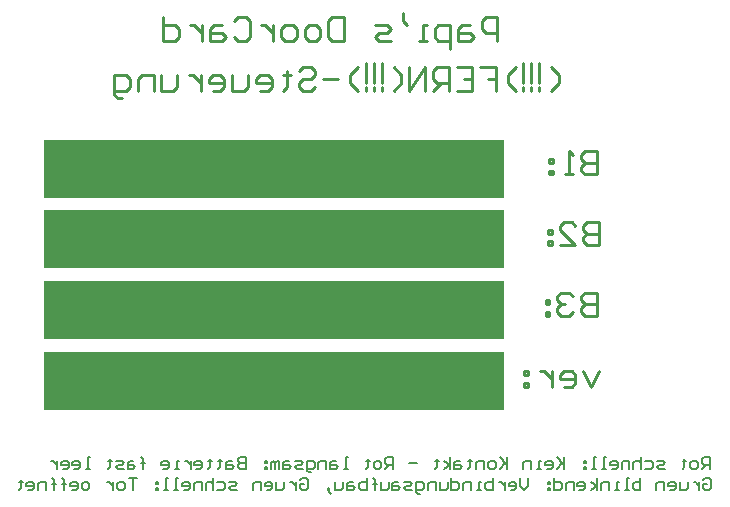
<source format=gbo>
G04*
G04 #@! TF.GenerationSoftware,Altium Limited,Altium Designer,19.0.15 (446)*
G04*
G04 Layer_Color=32896*
%FSLAX25Y25*%
%MOIN*%
G70*
G01*
G75*
%ADD10C,0.01000*%
%ADD13C,0.00787*%
%ADD59R,1.53543X0.19685*%
D10*
X227559Y62990D02*
Y55118D01*
X223623D01*
X222311Y56430D01*
Y57742D01*
X223623Y59054D01*
X227559D01*
X223623D01*
X222311Y60366D01*
Y61678D01*
X223623Y62990D01*
X227559D01*
X219688Y61678D02*
X218376Y62990D01*
X215752D01*
X214440Y61678D01*
Y60366D01*
X215752Y59054D01*
X217064D01*
X215752D01*
X214440Y57742D01*
Y56430D01*
X215752Y55118D01*
X218376D01*
X219688Y56430D01*
X211816Y60366D02*
X210504D01*
Y59054D01*
X211816D01*
Y60366D01*
Y56430D02*
X210504D01*
Y55118D01*
X211816D01*
Y56430D01*
X228346Y86612D02*
Y78740D01*
X224411D01*
X223099Y80052D01*
Y81364D01*
X224411Y82676D01*
X228346D01*
X224411D01*
X223099Y83988D01*
Y85300D01*
X224411Y86612D01*
X228346D01*
X215227Y78740D02*
X220475D01*
X215227Y83988D01*
Y85300D01*
X216539Y86612D01*
X219163D01*
X220475Y85300D01*
X212603Y83988D02*
X211292D01*
Y82676D01*
X212603D01*
Y83988D01*
Y80052D02*
X211292D01*
Y78740D01*
X212603D01*
Y80052D01*
X227559Y110234D02*
Y102362D01*
X223623D01*
X222311Y103674D01*
Y104986D01*
X223623Y106298D01*
X227559D01*
X223623D01*
X222311Y107610D01*
Y108922D01*
X223623Y110234D01*
X227559D01*
X219688Y102362D02*
X217064D01*
X218376D01*
Y110234D01*
X219688Y108922D01*
X213128Y107610D02*
X211816D01*
Y106298D01*
X213128D01*
Y107610D01*
Y103674D02*
X211816D01*
Y102362D01*
X213128D01*
Y103674D01*
X228346Y36744D02*
X225723Y31496D01*
X223099Y36744D01*
X216539Y31496D02*
X219163D01*
X220475Y32808D01*
Y35432D01*
X219163Y36744D01*
X216539D01*
X215227Y35432D01*
Y34120D01*
X220475D01*
X212603Y36744D02*
Y31496D01*
Y34120D01*
X211292Y35432D01*
X209980Y36744D01*
X208668D01*
X204732D02*
X203420D01*
Y35432D01*
X204732D01*
Y36744D01*
Y32808D02*
X203420D01*
Y31496D01*
X204732D01*
Y32808D01*
X212337Y130315D02*
X214961Y132939D01*
Y135563D01*
X212337Y138186D01*
X208401Y132939D02*
Y139498D01*
Y131627D02*
Y130315D01*
X205777Y132939D02*
Y139498D01*
Y131627D02*
Y130315D01*
X203153Y132939D02*
Y139498D01*
Y131627D02*
Y130315D01*
X200530D02*
X197906Y132939D01*
Y135563D01*
X200530Y138186D01*
X188722D02*
X193970D01*
Y134251D01*
X191346D01*
X193970D01*
Y130315D01*
X180851Y138186D02*
X186099D01*
Y130315D01*
X180851D01*
X186099Y134251D02*
X183475D01*
X178227Y130315D02*
Y138186D01*
X174291D01*
X172979Y136874D01*
Y134251D01*
X174291Y132939D01*
X178227D01*
X175603D02*
X172979Y130315D01*
X170356D02*
Y138186D01*
X165108Y130315D01*
Y138186D01*
X159860Y130315D02*
X162484Y132939D01*
Y135563D01*
X159860Y138186D01*
X155925Y132939D02*
Y139498D01*
Y131627D02*
Y130315D01*
X153301Y132939D02*
Y139498D01*
Y131627D02*
Y130315D01*
X150677Y132939D02*
Y139498D01*
Y131627D02*
Y130315D01*
X148053D02*
X145429Y132939D01*
Y135563D01*
X148053Y138186D01*
X141494Y134251D02*
X136246D01*
X128374Y136874D02*
X129686Y138186D01*
X132310D01*
X133622Y136874D01*
Y135563D01*
X132310Y134251D01*
X129686D01*
X128374Y132939D01*
Y131627D01*
X129686Y130315D01*
X132310D01*
X133622Y131627D01*
X124439Y136874D02*
Y135563D01*
X125751D01*
X123127D01*
X124439D01*
Y131627D01*
X123127Y130315D01*
X115255D02*
X117879D01*
X119191Y131627D01*
Y134251D01*
X117879Y135563D01*
X115255D01*
X113943Y134251D01*
Y132939D01*
X119191D01*
X111320Y135563D02*
Y131627D01*
X110008Y130315D01*
X106072D01*
Y135563D01*
X99512Y130315D02*
X102136D01*
X103448Y131627D01*
Y134251D01*
X102136Y135563D01*
X99512D01*
X98200Y134251D01*
Y132939D01*
X103448D01*
X95577Y135563D02*
Y130315D01*
Y132939D01*
X94265Y134251D01*
X92953Y135563D01*
X91641D01*
X87705D02*
Y131627D01*
X86393Y130315D01*
X82458D01*
Y135563D01*
X79834Y130315D02*
Y135563D01*
X75898D01*
X74586Y134251D01*
Y130315D01*
X69338Y127691D02*
X68026D01*
X66715Y129003D01*
Y135563D01*
X70650D01*
X71962Y134251D01*
Y131627D01*
X70650Y130315D01*
X66715D01*
X194488Y146850D02*
Y154722D01*
X190552D01*
X189241Y153410D01*
Y150786D01*
X190552Y149474D01*
X194488D01*
X185305Y152098D02*
X182681D01*
X181369Y150786D01*
Y146850D01*
X185305D01*
X186617Y148162D01*
X185305Y149474D01*
X181369D01*
X178745Y144227D02*
Y152098D01*
X174810D01*
X173498Y150786D01*
Y148162D01*
X174810Y146850D01*
X178745D01*
X170874D02*
X168250D01*
X169562D01*
Y152098D01*
X170874D01*
X163002Y156034D02*
Y153410D01*
X164314Y152098D01*
X159066Y146850D02*
X155131D01*
X153819Y148162D01*
X155131Y149474D01*
X157755D01*
X159066Y150786D01*
X157755Y152098D01*
X153819D01*
X143324Y154722D02*
Y146850D01*
X139388D01*
X138076Y148162D01*
Y153410D01*
X139388Y154722D01*
X143324D01*
X134140Y146850D02*
X131516D01*
X130204Y148162D01*
Y150786D01*
X131516Y152098D01*
X134140D01*
X135452Y150786D01*
Y148162D01*
X134140Y146850D01*
X126269D02*
X123645D01*
X122333Y148162D01*
Y150786D01*
X123645Y152098D01*
X126269D01*
X127581Y150786D01*
Y148162D01*
X126269Y146850D01*
X119709Y152098D02*
Y146850D01*
Y149474D01*
X118397Y150786D01*
X117085Y152098D01*
X115773D01*
X106590Y153410D02*
X107902Y154722D01*
X110526D01*
X111838Y153410D01*
Y148162D01*
X110526Y146850D01*
X107902D01*
X106590Y148162D01*
X102654Y152098D02*
X100030D01*
X98719Y150786D01*
Y146850D01*
X102654D01*
X103966Y148162D01*
X102654Y149474D01*
X98719D01*
X96095Y152098D02*
Y146850D01*
Y149474D01*
X94783Y150786D01*
X93471Y152098D01*
X92159D01*
X82976Y154722D02*
Y146850D01*
X86911D01*
X88223Y148162D01*
Y150786D01*
X86911Y152098D01*
X82976D01*
D13*
X263124Y524D02*
X263780Y1180D01*
X265092D01*
X265748Y524D01*
Y-2100D01*
X265092Y-2756D01*
X263780D01*
X263124Y-2100D01*
Y-788D01*
X264436D01*
X261812Y-132D02*
Y-2756D01*
Y-1444D01*
X261156Y-788D01*
X260500Y-132D01*
X259844D01*
X257876D02*
Y-2100D01*
X257221Y-2756D01*
X255253D01*
Y-132D01*
X251973Y-2756D02*
X253285D01*
X253941Y-2100D01*
Y-788D01*
X253285Y-132D01*
X251973D01*
X251317Y-788D01*
Y-1444D01*
X253941D01*
X250005Y-2756D02*
Y-132D01*
X248037D01*
X247381Y-788D01*
Y-2756D01*
X242134Y1180D02*
Y-2756D01*
X240166D01*
X239510Y-2100D01*
Y-1444D01*
Y-788D01*
X240166Y-132D01*
X242134D01*
X238198Y-2756D02*
X236886D01*
X237542D01*
Y1180D01*
X238198D01*
X234918Y-2756D02*
X233606D01*
X234262D01*
Y-132D01*
X234918D01*
X231638Y-2756D02*
Y-132D01*
X229670D01*
X229014Y-788D01*
Y-2756D01*
X227703D02*
Y1180D01*
Y-1444D02*
X225735Y-132D01*
X227703Y-1444D02*
X225735Y-2756D01*
X221799D02*
X223111D01*
X223767Y-2100D01*
Y-788D01*
X223111Y-132D01*
X221799D01*
X221143Y-788D01*
Y-1444D01*
X223767D01*
X219831Y-2756D02*
Y-132D01*
X217863D01*
X217207Y-788D01*
Y-2756D01*
X213271Y1180D02*
Y-2756D01*
X215239D01*
X215895Y-2100D01*
Y-788D01*
X215239Y-132D01*
X213271D01*
X211960D02*
X211304D01*
Y-788D01*
X211960D01*
Y-132D01*
Y-2100D02*
X211304D01*
Y-2756D01*
X211960D01*
Y-2100D01*
X204744Y1180D02*
Y-1444D01*
X203432Y-2756D01*
X202120Y-1444D01*
Y1180D01*
X198840Y-2756D02*
X200152D01*
X200808Y-2100D01*
Y-788D01*
X200152Y-132D01*
X198840D01*
X198185Y-788D01*
Y-1444D01*
X200808D01*
X196873Y-132D02*
Y-2756D01*
Y-1444D01*
X196217Y-788D01*
X195561Y-132D01*
X194905D01*
X192937Y1180D02*
Y-2756D01*
X190969D01*
X190313Y-2100D01*
Y-1444D01*
Y-788D01*
X190969Y-132D01*
X192937D01*
X189001Y-2756D02*
X187689D01*
X188345D01*
Y-132D01*
X189001D01*
X185721Y-2756D02*
Y-132D01*
X183754D01*
X183098Y-788D01*
Y-2756D01*
X179162Y1180D02*
Y-2756D01*
X181130D01*
X181786Y-2100D01*
Y-788D01*
X181130Y-132D01*
X179162D01*
X177850D02*
Y-2100D01*
X177194Y-2756D01*
X175226D01*
Y-132D01*
X173914Y-2756D02*
Y-132D01*
X171946D01*
X171290Y-788D01*
Y-2756D01*
X168667Y-4068D02*
X168010D01*
X167355Y-3412D01*
Y-132D01*
X169322D01*
X169978Y-788D01*
Y-2100D01*
X169322Y-2756D01*
X167355D01*
X166043D02*
X164075D01*
X163419Y-2100D01*
X164075Y-1444D01*
X165387D01*
X166043Y-788D01*
X165387Y-132D01*
X163419D01*
X161451D02*
X160139D01*
X159483Y-788D01*
Y-2756D01*
X161451D01*
X162107Y-2100D01*
X161451Y-1444D01*
X159483D01*
X158171Y-132D02*
Y-2100D01*
X157515Y-2756D01*
X155547D01*
Y-132D01*
X153579Y-2756D02*
Y524D01*
Y-788D01*
X154235D01*
X152924D01*
X153579D01*
Y524D01*
X152924Y1180D01*
X150956D02*
Y-2756D01*
X148988D01*
X148332Y-2100D01*
Y-1444D01*
Y-788D01*
X148988Y-132D01*
X150956D01*
X146364D02*
X145052D01*
X144396Y-788D01*
Y-2756D01*
X146364D01*
X147020Y-2100D01*
X146364Y-1444D01*
X144396D01*
X143084Y-132D02*
Y-2100D01*
X142428Y-2756D01*
X140460D01*
Y-132D01*
X138493Y-3412D02*
X137837Y-2756D01*
Y-2100D01*
X138493D01*
Y-2756D01*
X137837D01*
X138493Y-3412D01*
X139148Y-4068D01*
X128653Y524D02*
X129309Y1180D01*
X130621D01*
X131277Y524D01*
Y-2100D01*
X130621Y-2756D01*
X129309D01*
X128653Y-2100D01*
Y-788D01*
X129965D01*
X127341Y-132D02*
Y-2756D01*
Y-1444D01*
X126685Y-788D01*
X126029Y-132D01*
X125373D01*
X123405D02*
Y-2100D01*
X122749Y-2756D01*
X120782D01*
Y-132D01*
X117502Y-2756D02*
X118814D01*
X119470Y-2100D01*
Y-788D01*
X118814Y-132D01*
X117502D01*
X116846Y-788D01*
Y-1444D01*
X119470D01*
X115534Y-2756D02*
Y-132D01*
X113566D01*
X112910Y-788D01*
Y-2756D01*
X107662D02*
X105695D01*
X105039Y-2100D01*
X105695Y-1444D01*
X107007D01*
X107662Y-788D01*
X107007Y-132D01*
X105039D01*
X101103D02*
X103071D01*
X103727Y-788D01*
Y-2100D01*
X103071Y-2756D01*
X101103D01*
X99791Y1180D02*
Y-2756D01*
Y-788D01*
X99135Y-132D01*
X97823D01*
X97167Y-788D01*
Y-2756D01*
X95855D02*
Y-132D01*
X93887D01*
X93231Y-788D01*
Y-2756D01*
X89952D02*
X91264D01*
X91919Y-2100D01*
Y-788D01*
X91264Y-132D01*
X89952D01*
X89296Y-788D01*
Y-1444D01*
X91919D01*
X87984Y-2756D02*
X86672D01*
X87328D01*
Y1180D01*
X87984D01*
X84704Y-2756D02*
X83392D01*
X84048D01*
Y1180D01*
X84704D01*
X81424Y-132D02*
X80768D01*
Y-788D01*
X81424D01*
Y-132D01*
Y-2100D02*
X80768D01*
Y-2756D01*
X81424D01*
Y-2100D01*
X74209Y1180D02*
X71585D01*
X72897D01*
Y-2756D01*
X69617D02*
X68305D01*
X67649Y-2100D01*
Y-788D01*
X68305Y-132D01*
X69617D01*
X70273Y-788D01*
Y-2100D01*
X69617Y-2756D01*
X66337Y-132D02*
Y-2756D01*
Y-1444D01*
X65681Y-788D01*
X65025Y-132D01*
X64369D01*
X57810Y-2756D02*
X56498D01*
X55842Y-2100D01*
Y-788D01*
X56498Y-132D01*
X57810D01*
X58466Y-788D01*
Y-2100D01*
X57810Y-2756D01*
X52562D02*
X53874D01*
X54530Y-2100D01*
Y-788D01*
X53874Y-132D01*
X52562D01*
X51906Y-788D01*
Y-1444D01*
X54530D01*
X49938Y-2756D02*
Y524D01*
Y-788D01*
X50594D01*
X49282D01*
X49938D01*
Y524D01*
X49282Y1180D01*
X46659Y-2756D02*
Y524D01*
Y-788D01*
X47315D01*
X46003D01*
X46659D01*
Y524D01*
X46003Y1180D01*
X44035Y-2756D02*
Y-132D01*
X42067D01*
X41411Y-788D01*
Y-2756D01*
X38131D02*
X39443D01*
X40099Y-2100D01*
Y-788D01*
X39443Y-132D01*
X38131D01*
X37475Y-788D01*
Y-1444D01*
X40099D01*
X35507Y524D02*
Y-132D01*
X36163D01*
X34851D01*
X35507D01*
Y-2100D01*
X34851Y-2756D01*
X265354Y4331D02*
Y8266D01*
X263387D01*
X262731Y7610D01*
Y6299D01*
X263387Y5643D01*
X265354D01*
X264042D02*
X262731Y4331D01*
X260763D02*
X259451D01*
X258795Y4987D01*
Y6299D01*
X259451Y6955D01*
X260763D01*
X261419Y6299D01*
Y4987D01*
X260763Y4331D01*
X256827Y7610D02*
Y6955D01*
X257483D01*
X256171D01*
X256827D01*
Y4987D01*
X256171Y4331D01*
X250267D02*
X248300D01*
X247643Y4987D01*
X248300Y5643D01*
X249611D01*
X250267Y6299D01*
X249611Y6955D01*
X247643D01*
X243708D02*
X245676D01*
X246332Y6299D01*
Y4987D01*
X245676Y4331D01*
X243708D01*
X242396Y8266D02*
Y4331D01*
Y6299D01*
X241740Y6955D01*
X240428D01*
X239772Y6299D01*
Y4331D01*
X238460D02*
Y6955D01*
X236492D01*
X235836Y6299D01*
Y4331D01*
X232557D02*
X233868D01*
X234524Y4987D01*
Y6299D01*
X233868Y6955D01*
X232557D01*
X231901Y6299D01*
Y5643D01*
X234524D01*
X230589Y4331D02*
X229277D01*
X229933D01*
Y8266D01*
X230589D01*
X227309Y4331D02*
X225997D01*
X226653D01*
Y8266D01*
X227309D01*
X224029Y6955D02*
X223373D01*
Y6299D01*
X224029D01*
Y6955D01*
Y4987D02*
X223373D01*
Y4331D01*
X224029D01*
Y4987D01*
X216813Y8266D02*
Y4331D01*
Y5643D01*
X214190Y8266D01*
X216158Y6299D01*
X214190Y4331D01*
X210910D02*
X212222D01*
X212878Y4987D01*
Y6299D01*
X212222Y6955D01*
X210910D01*
X210254Y6299D01*
Y5643D01*
X212878D01*
X208942Y4331D02*
X207630D01*
X208286D01*
Y6955D01*
X208942D01*
X205662Y4331D02*
Y6955D01*
X203694D01*
X203039Y6299D01*
Y4331D01*
X197791Y8266D02*
Y4331D01*
Y5643D01*
X195167Y8266D01*
X197135Y6299D01*
X195167Y4331D01*
X193199D02*
X191887D01*
X191231Y4987D01*
Y6299D01*
X191887Y6955D01*
X193199D01*
X193855Y6299D01*
Y4987D01*
X193199Y4331D01*
X189919D02*
Y6955D01*
X187952D01*
X187295Y6299D01*
Y4331D01*
X185328Y7610D02*
Y6955D01*
X185984D01*
X184672D01*
X185328D01*
Y4987D01*
X184672Y4331D01*
X182048Y6955D02*
X180736D01*
X180080Y6299D01*
Y4331D01*
X182048D01*
X182704Y4987D01*
X182048Y5643D01*
X180080D01*
X178768Y4331D02*
Y8266D01*
Y5643D02*
X176800Y6955D01*
X178768Y5643D02*
X176800Y4331D01*
X174176Y7610D02*
Y6955D01*
X174832D01*
X173520D01*
X174176D01*
Y4987D01*
X173520Y4331D01*
X167617Y6299D02*
X164993D01*
X159745Y4331D02*
Y8266D01*
X157778D01*
X157122Y7610D01*
Y6299D01*
X157778Y5643D01*
X159745D01*
X158433D02*
X157122Y4331D01*
X155154D02*
X153842D01*
X153186Y4987D01*
Y6299D01*
X153842Y6955D01*
X155154D01*
X155810Y6299D01*
Y4987D01*
X155154Y4331D01*
X151218Y7610D02*
Y6955D01*
X151874D01*
X150562D01*
X151218D01*
Y4987D01*
X150562Y4331D01*
X144658D02*
X143346D01*
X144002D01*
Y8266D01*
X144658D01*
X140723Y6955D02*
X139411D01*
X138755Y6299D01*
Y4331D01*
X140723D01*
X141378Y4987D01*
X140723Y5643D01*
X138755D01*
X137443Y4331D02*
Y6955D01*
X135475D01*
X134819Y6299D01*
Y4331D01*
X132195Y3019D02*
X131539D01*
X130883Y3675D01*
Y6955D01*
X132851D01*
X133507Y6299D01*
Y4987D01*
X132851Y4331D01*
X130883D01*
X129571D02*
X127603D01*
X126947Y4987D01*
X127603Y5643D01*
X128915D01*
X129571Y6299D01*
X128915Y6955D01*
X126947D01*
X124980D02*
X123668D01*
X123012Y6299D01*
Y4331D01*
X124980D01*
X125636Y4987D01*
X124980Y5643D01*
X123012D01*
X121700Y4331D02*
Y6955D01*
X121044D01*
X120388Y6299D01*
Y4331D01*
Y6299D01*
X119732Y6955D01*
X119076Y6299D01*
Y4331D01*
X117764Y6955D02*
X117108D01*
Y6299D01*
X117764D01*
Y6955D01*
Y4987D02*
X117108D01*
Y4331D01*
X117764D01*
Y4987D01*
X110549Y8266D02*
Y4331D01*
X108581D01*
X107925Y4987D01*
Y5643D01*
X108581Y6299D01*
X110549D01*
X108581D01*
X107925Y6955D01*
Y7610D01*
X108581Y8266D01*
X110549D01*
X105957Y6955D02*
X104645D01*
X103989Y6299D01*
Y4331D01*
X105957D01*
X106613Y4987D01*
X105957Y5643D01*
X103989D01*
X102021Y7610D02*
Y6955D01*
X102677D01*
X101365D01*
X102021D01*
Y4987D01*
X101365Y4331D01*
X98741Y7610D02*
Y6955D01*
X99397D01*
X98085D01*
X98741D01*
Y4987D01*
X98085Y4331D01*
X94150D02*
X95462D01*
X96118Y4987D01*
Y6299D01*
X95462Y6955D01*
X94150D01*
X93494Y6299D01*
Y5643D01*
X96118D01*
X92182Y6955D02*
Y4331D01*
Y5643D01*
X91526Y6299D01*
X90870Y6955D01*
X90214D01*
X88246Y4331D02*
X86934D01*
X87590D01*
Y6955D01*
X88246D01*
X82998Y4331D02*
X84310D01*
X84966Y4987D01*
Y6299D01*
X84310Y6955D01*
X82998D01*
X82342Y6299D01*
Y5643D01*
X84966D01*
X76439Y4331D02*
Y7610D01*
Y6299D01*
X77095D01*
X75783D01*
X76439D01*
Y7610D01*
X75783Y8266D01*
X73159Y6955D02*
X71847D01*
X71191Y6299D01*
Y4331D01*
X73159D01*
X73815Y4987D01*
X73159Y5643D01*
X71191D01*
X69879Y4331D02*
X67911D01*
X67256Y4987D01*
X67911Y5643D01*
X69223D01*
X69879Y6299D01*
X69223Y6955D01*
X67256D01*
X65288Y7610D02*
Y6955D01*
X65944D01*
X64632D01*
X65288D01*
Y4987D01*
X64632Y4331D01*
X58728D02*
X57416D01*
X58072D01*
Y8266D01*
X58728D01*
X53480Y4331D02*
X54792D01*
X55448Y4987D01*
Y6299D01*
X54792Y6955D01*
X53480D01*
X52824Y6299D01*
Y5643D01*
X55448D01*
X49545Y4331D02*
X50857D01*
X51512Y4987D01*
Y6299D01*
X50857Y6955D01*
X49545D01*
X48889Y6299D01*
Y5643D01*
X51512D01*
X47577Y6955D02*
Y4331D01*
Y5643D01*
X46921Y6299D01*
X46265Y6955D01*
X45609D01*
D59*
X120079Y33465D02*
D03*
Y57087D02*
D03*
Y80709D02*
D03*
Y104331D02*
D03*
M02*

</source>
